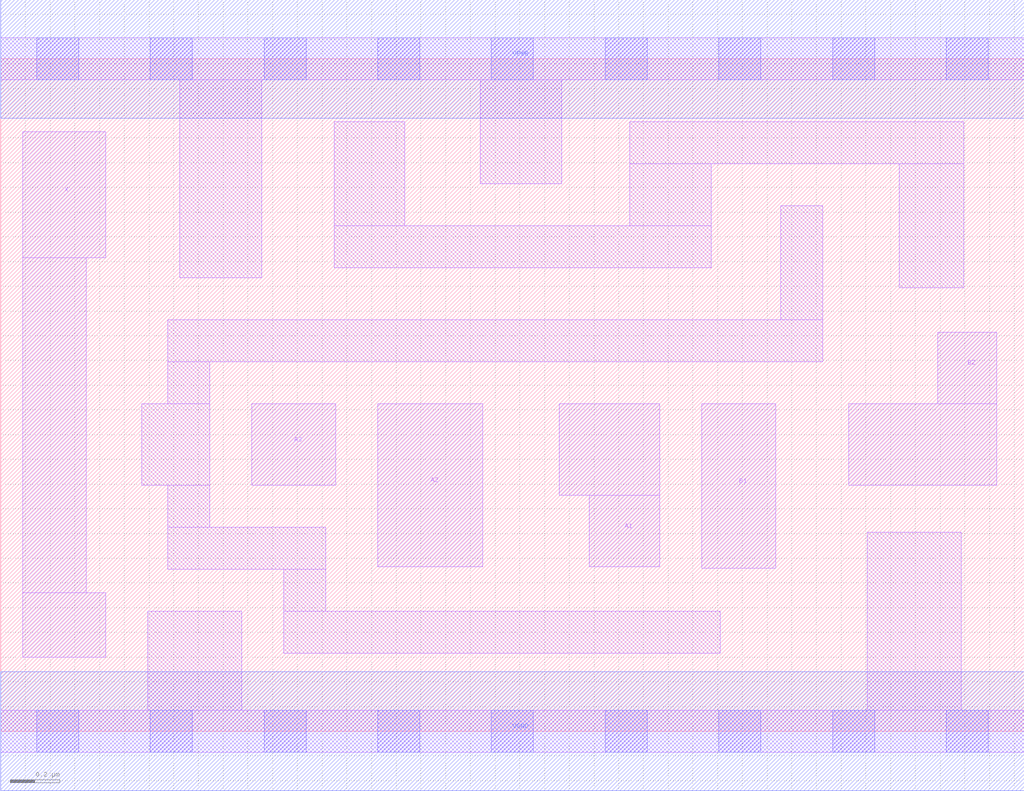
<source format=lef>
# Copyright 2020 The SkyWater PDK Authors
#
# Licensed under the Apache License, Version 2.0 (the "License");
# you may not use this file except in compliance with the License.
# You may obtain a copy of the License at
#
#     https://www.apache.org/licenses/LICENSE-2.0
#
# Unless required by applicable law or agreed to in writing, software
# distributed under the License is distributed on an "AS IS" BASIS,
# WITHOUT WARRANTIES OR CONDITIONS OF ANY KIND, either express or implied.
# See the License for the specific language governing permissions and
# limitations under the License.
#
# SPDX-License-Identifier: Apache-2.0

VERSION 5.7 ;
BUSBITCHARS "[]" ;
DIVIDERCHAR "/" ;
PROPERTYDEFINITIONS
  MACRO maskLayoutSubType STRING ;
  MACRO prCellType STRING ;
  MACRO originalViewName STRING ;
END PROPERTYDEFINITIONS
MACRO sky130_fd_sc_hdll__a32o_1
  ORIGIN  0.000000  0.000000 ;
  CLASS CORE ;
  SYMMETRY X Y R90 ;
  SIZE  4.140000 BY  2.720000 ;
  SITE unithd ;
  PIN A1
    ANTENNAGATEAREA  0.277500 ;
    DIRECTION INPUT ;
    USE SIGNAL ;
    PORT
      LAYER li1 ;
        RECT 2.260000 0.955000 2.665000 1.325000 ;
        RECT 2.380000 0.665000 2.665000 0.955000 ;
    END
  END A1
  PIN A2
    ANTENNAGATEAREA  0.277500 ;
    DIRECTION INPUT ;
    USE SIGNAL ;
    PORT
      LAYER li1 ;
        RECT 1.525000 0.665000 1.950000 1.325000 ;
    END
  END A2
  PIN A3
    ANTENNAGATEAREA  0.277500 ;
    DIRECTION INPUT ;
    USE SIGNAL ;
    PORT
      LAYER li1 ;
        RECT 1.015000 0.995000 1.355000 1.325000 ;
    END
  END A3
  PIN B1
    ANTENNAGATEAREA  0.277500 ;
    DIRECTION INPUT ;
    USE SIGNAL ;
    PORT
      LAYER li1 ;
        RECT 2.835000 0.660000 3.135000 1.325000 ;
    END
  END B1
  PIN B2
    ANTENNAGATEAREA  0.277500 ;
    DIRECTION INPUT ;
    USE SIGNAL ;
    PORT
      LAYER li1 ;
        RECT 3.430000 0.995000 4.030000 1.325000 ;
        RECT 3.790000 1.325000 4.030000 1.615000 ;
    END
  END B2
  PIN X
    ANTENNADIFFAREA  0.554500 ;
    DIRECTION OUTPUT ;
    USE SIGNAL ;
    PORT
      LAYER li1 ;
        RECT 0.090000 0.300000 0.425000 0.560000 ;
        RECT 0.090000 0.560000 0.345000 1.915000 ;
        RECT 0.090000 1.915000 0.425000 2.425000 ;
    END
  END X
  PIN VGND
    DIRECTION INOUT ;
    USE GROUND ;
    PORT
      LAYER met1 ;
        RECT 0.000000 -0.240000 4.140000 0.240000 ;
    END
  END VGND
  PIN VPWR
    DIRECTION INOUT ;
    USE POWER ;
    PORT
      LAYER met1 ;
        RECT 0.000000 2.480000 4.140000 2.960000 ;
    END
  END VPWR
  OBS
    LAYER li1 ;
      RECT 0.000000 -0.085000 4.140000 0.085000 ;
      RECT 0.000000  2.635000 4.140000 2.805000 ;
      RECT 0.570000  0.995000 0.845000 1.325000 ;
      RECT 0.595000  0.085000 0.975000 0.485000 ;
      RECT 0.675000  0.655000 1.315000 0.825000 ;
      RECT 0.675000  0.825000 0.845000 0.995000 ;
      RECT 0.675000  1.325000 0.845000 1.495000 ;
      RECT 0.675000  1.495000 3.325000 1.665000 ;
      RECT 0.725000  1.835000 1.055000 2.635000 ;
      RECT 1.145000  0.315000 2.910000 0.485000 ;
      RECT 1.145000  0.485000 1.315000 0.655000 ;
      RECT 1.350000  1.875000 2.875000 2.045000 ;
      RECT 1.350000  2.045000 1.635000 2.465000 ;
      RECT 1.940000  2.215000 2.270000 2.635000 ;
      RECT 2.545000  2.045000 2.875000 2.295000 ;
      RECT 2.545000  2.295000 3.895000 2.465000 ;
      RECT 3.155000  1.665000 3.325000 2.125000 ;
      RECT 3.505000  0.085000 3.885000 0.805000 ;
      RECT 3.635000  1.795000 3.895000 2.295000 ;
    LAYER mcon ;
      RECT 0.145000 -0.085000 0.315000 0.085000 ;
      RECT 0.145000  2.635000 0.315000 2.805000 ;
      RECT 0.605000 -0.085000 0.775000 0.085000 ;
      RECT 0.605000  2.635000 0.775000 2.805000 ;
      RECT 1.065000 -0.085000 1.235000 0.085000 ;
      RECT 1.065000  2.635000 1.235000 2.805000 ;
      RECT 1.525000 -0.085000 1.695000 0.085000 ;
      RECT 1.525000  2.635000 1.695000 2.805000 ;
      RECT 1.985000 -0.085000 2.155000 0.085000 ;
      RECT 1.985000  2.635000 2.155000 2.805000 ;
      RECT 2.445000 -0.085000 2.615000 0.085000 ;
      RECT 2.445000  2.635000 2.615000 2.805000 ;
      RECT 2.905000 -0.085000 3.075000 0.085000 ;
      RECT 2.905000  2.635000 3.075000 2.805000 ;
      RECT 3.365000 -0.085000 3.535000 0.085000 ;
      RECT 3.365000  2.635000 3.535000 2.805000 ;
      RECT 3.825000 -0.085000 3.995000 0.085000 ;
      RECT 3.825000  2.635000 3.995000 2.805000 ;
  END
  PROPERTY maskLayoutSubType "abstract" ;
  PROPERTY prCellType "standard" ;
  PROPERTY originalViewName "layout" ;
END sky130_fd_sc_hdll__a32o_1
END LIBRARY

</source>
